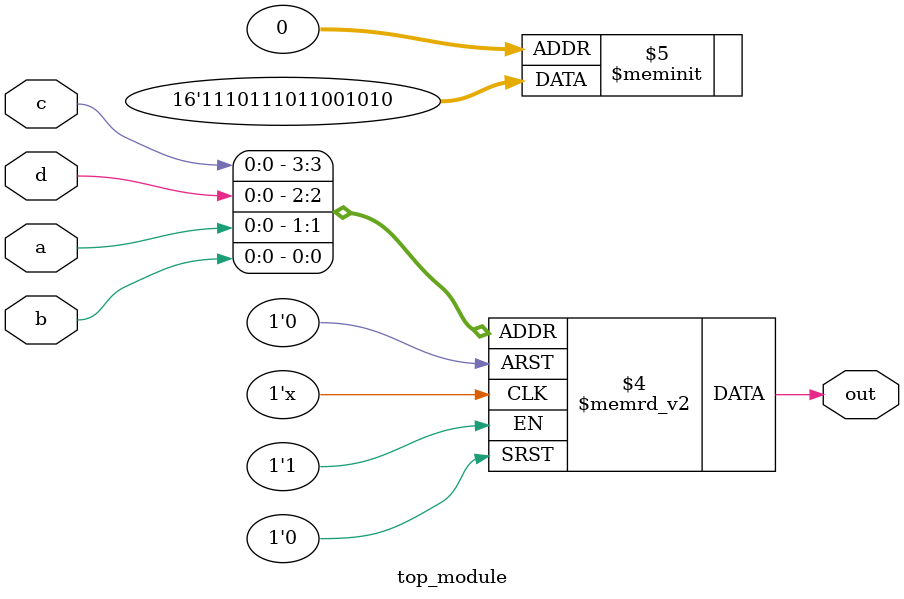
<source format=sv>
module top_module (
    input a,
    input b,
    input c,
    input d,
    output reg out
);

always @(*) begin
    case ({c, d, a, b})
        4'b0000: out = 1'b0; // d
        4'b0001: out = 1'b1;
        4'b0010: out = 1'b0;
        4'b0011: out = 1'b1;
        4'b0100: out = 1'b0;
        4'b0101: out = 1'b0;
        4'b0110: out = 1'b1;
        4'b0111: out = 1'b1;
        4'b1000: out = 1'b0;
        4'b1001: out = 1'b1;
        4'b1010: out = 1'b1;
        4'b1011: out = 1'b1;
        4'b1100: out = 1'b0;
        4'b1101: out = 1'b1;
        4'b1110: out = 1'b1;
        4'b1111: out = 1'b1;
    endcase
end

endmodule

</source>
